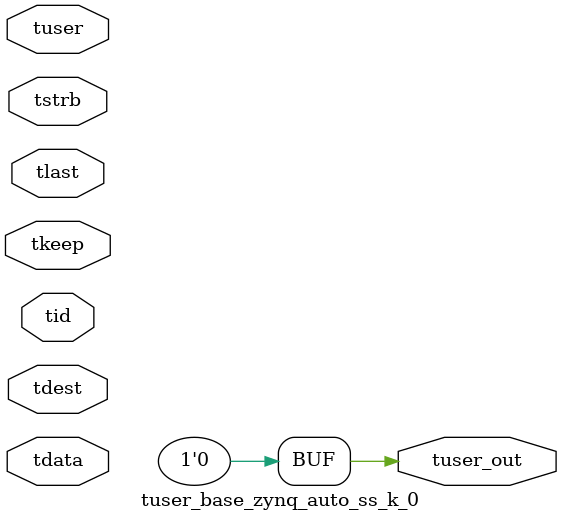
<source format=v>


`timescale 1ps/1ps

module tuser_base_zynq_auto_ss_k_0 #
(
parameter C_S_AXIS_TUSER_WIDTH = 1,
parameter C_S_AXIS_TDATA_WIDTH = 32,
parameter C_S_AXIS_TID_WIDTH   = 0,
parameter C_S_AXIS_TDEST_WIDTH = 0,
parameter C_M_AXIS_TUSER_WIDTH = 1
)
(
input  [(C_S_AXIS_TUSER_WIDTH == 0 ? 1 : C_S_AXIS_TUSER_WIDTH)-1:0     ] tuser,
input  [(C_S_AXIS_TDATA_WIDTH == 0 ? 1 : C_S_AXIS_TDATA_WIDTH)-1:0     ] tdata,
input  [(C_S_AXIS_TID_WIDTH   == 0 ? 1 : C_S_AXIS_TID_WIDTH)-1:0       ] tid,
input  [(C_S_AXIS_TDEST_WIDTH == 0 ? 1 : C_S_AXIS_TDEST_WIDTH)-1:0     ] tdest,
input  [(C_S_AXIS_TDATA_WIDTH/8)-1:0 ] tkeep,
input  [(C_S_AXIS_TDATA_WIDTH/8)-1:0 ] tstrb,
input                                                                    tlast,
output [C_M_AXIS_TUSER_WIDTH-1:0] tuser_out
);

assign tuser_out = {1'b0};

endmodule


</source>
